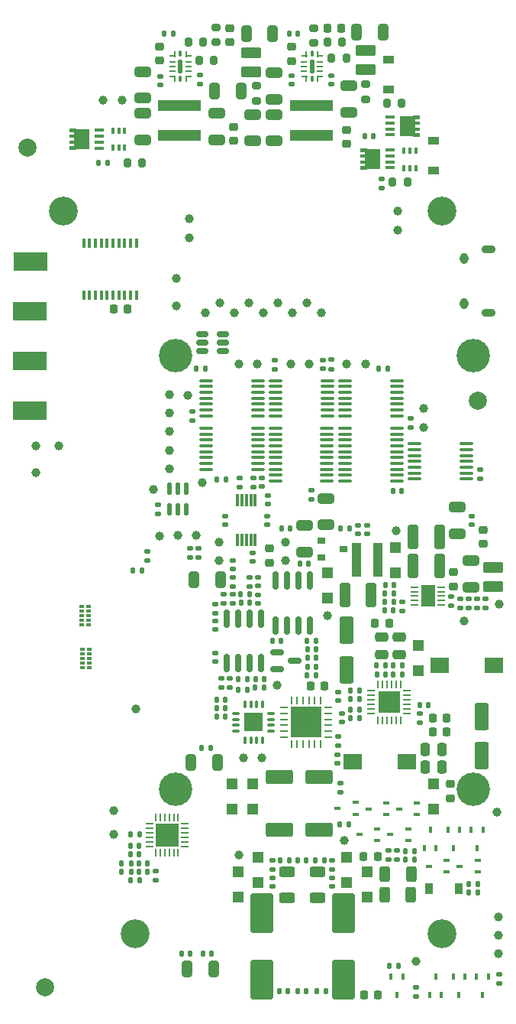
<source format=gbr>
%TF.GenerationSoftware,KiCad,Pcbnew,6.99.0-1.20221101gitf80c150.fc36*%
%TF.CreationDate,2022-11-25T18:04:47+00:00*%
%TF.ProjectId,bugg-main-r4,62756767-2d6d-4616-996e-2d72342e6b69,rev?*%
%TF.SameCoordinates,Original*%
%TF.FileFunction,Soldermask,Bot*%
%TF.FilePolarity,Negative*%
%FSLAX46Y46*%
G04 Gerber Fmt 4.6, Leading zero omitted, Abs format (unit mm)*
G04 Created by KiCad (PCBNEW 6.99.0-1.20221101gitf80c150.fc36) date 2022-11-25 18:04:47*
%MOMM*%
%LPD*%
G01*
G04 APERTURE LIST*
G04 Aperture macros list*
%AMRoundRect*
0 Rectangle with rounded corners*
0 $1 Rounding radius*
0 $2 $3 $4 $5 $6 $7 $8 $9 X,Y pos of 4 corners*
0 Add a 4 corners polygon primitive as box body*
4,1,4,$2,$3,$4,$5,$6,$7,$8,$9,$2,$3,0*
0 Add four circle primitives for the rounded corners*
1,1,$1+$1,$2,$3*
1,1,$1+$1,$4,$5*
1,1,$1+$1,$6,$7*
1,1,$1+$1,$8,$9*
0 Add four rect primitives between the rounded corners*
20,1,$1+$1,$2,$3,$4,$5,0*
20,1,$1+$1,$4,$5,$6,$7,0*
20,1,$1+$1,$6,$7,$8,$9,0*
20,1,$1+$1,$8,$9,$2,$3,0*%
%AMFreePoly0*
4,1,21,1.372500,0.787500,0.862500,0.787500,0.862500,0.532500,1.372500,0.532500,1.372500,0.127500,0.862500,0.127500,0.862500,-0.127500,1.372500,-0.127500,1.372500,-0.532500,0.862500,-0.532500,0.862500,-0.787500,1.372500,-0.787500,1.372500,-1.195000,0.612500,-1.195000,0.612500,-1.117500,-0.862500,-1.117500,-0.862500,1.117500,0.612500,1.117500,0.612500,1.195000,1.372500,1.195000,
1.372500,0.787500,1.372500,0.787500,$1*%
G04 Aperture macros list end*
%ADD10O,1.550000X0.890000*%
%ADD11O,0.950000X1.250000*%
%ADD12C,3.700000*%
%ADD13C,3.200000*%
%ADD14RoundRect,0.140000X0.140000X0.170000X-0.140000X0.170000X-0.140000X-0.170000X0.140000X-0.170000X0*%
%ADD15R,0.990000X0.405000*%
%ADD16FreePoly0,0.000000*%
%ADD17RoundRect,0.140000X-0.140000X-0.170000X0.140000X-0.170000X0.140000X0.170000X-0.140000X0.170000X0*%
%ADD18RoundRect,0.250000X0.250000X0.475000X-0.250000X0.475000X-0.250000X-0.475000X0.250000X-0.475000X0*%
%ADD19RoundRect,0.150000X-0.587500X-0.150000X0.587500X-0.150000X0.587500X0.150000X-0.587500X0.150000X0*%
%ADD20C,1.000000*%
%ADD21FreePoly0,180.000000*%
%ADD22R,2.000000X1.700000*%
%ADD23RoundRect,0.140000X0.170000X-0.140000X0.170000X0.140000X-0.170000X0.140000X-0.170000X-0.140000X0*%
%ADD24RoundRect,0.050000X-0.287500X-0.075000X0.287500X-0.075000X0.287500X0.075000X-0.287500X0.075000X0*%
%ADD25RoundRect,0.050000X-0.075000X0.287500X-0.075000X-0.287500X0.075000X-0.287500X0.075000X0.287500X0*%
%ADD26RoundRect,0.050000X-0.275000X-0.075000X0.275000X-0.075000X0.275000X0.075000X-0.275000X0.075000X0*%
%ADD27RoundRect,0.050050X0.124950X0.274950X-0.124950X0.274950X-0.124950X-0.274950X0.124950X-0.274950X0*%
%ADD28RoundRect,0.049950X-0.175050X-0.675050X0.175050X-0.675050X0.175050X0.675050X-0.175050X0.675050X0*%
%ADD29R,1.200000X1.200000*%
%ADD30R,3.800000X2.000000*%
%ADD31RoundRect,0.200000X-0.200000X-0.275000X0.200000X-0.275000X0.200000X0.275000X-0.200000X0.275000X0*%
%ADD32R,1.200000X0.900000*%
%ADD33RoundRect,0.200000X0.200000X0.275000X-0.200000X0.275000X-0.200000X-0.275000X0.200000X-0.275000X0*%
%ADD34R,0.450000X0.700000*%
%ADD35RoundRect,0.250000X-0.325000X-0.650000X0.325000X-0.650000X0.325000X0.650000X-0.325000X0.650000X0*%
%ADD36RoundRect,0.135000X0.185000X-0.135000X0.185000X0.135000X-0.185000X0.135000X-0.185000X-0.135000X0*%
%ADD37RoundRect,0.135000X-0.185000X0.135000X-0.185000X-0.135000X0.185000X-0.135000X0.185000X0.135000X0*%
%ADD38RoundRect,0.140000X-0.170000X0.140000X-0.170000X-0.140000X0.170000X-0.140000X0.170000X0.140000X0*%
%ADD39RoundRect,0.135000X-0.135000X-0.185000X0.135000X-0.185000X0.135000X0.185000X-0.135000X0.185000X0*%
%ADD40RoundRect,0.250000X0.650000X-0.325000X0.650000X0.325000X-0.650000X0.325000X-0.650000X-0.325000X0*%
%ADD41RoundRect,0.100000X-0.637500X-0.100000X0.637500X-0.100000X0.637500X0.100000X-0.637500X0.100000X0*%
%ADD42RoundRect,0.250000X0.325000X0.650000X-0.325000X0.650000X-0.325000X-0.650000X0.325000X-0.650000X0*%
%ADD43R,0.550000X0.300000*%
%ADD44R,0.550000X0.400000*%
%ADD45C,2.000000*%
%ADD46RoundRect,0.218750X0.218750X0.256250X-0.218750X0.256250X-0.218750X-0.256250X0.218750X-0.256250X0*%
%ADD47R,0.700000X0.450000*%
%ADD48RoundRect,0.135000X0.135000X0.185000X-0.135000X0.185000X-0.135000X-0.185000X0.135000X-0.185000X0*%
%ADD49RoundRect,0.100000X0.637500X0.100000X-0.637500X0.100000X-0.637500X-0.100000X0.637500X-0.100000X0*%
%ADD50RoundRect,0.225000X0.225000X0.250000X-0.225000X0.250000X-0.225000X-0.250000X0.225000X-0.250000X0*%
%ADD51RoundRect,0.250000X1.250000X0.550000X-1.250000X0.550000X-1.250000X-0.550000X1.250000X-0.550000X0*%
%ADD52RoundRect,0.250000X0.625000X-0.312500X0.625000X0.312500X-0.625000X0.312500X-0.625000X-0.312500X0*%
%ADD53RoundRect,0.200000X-0.275000X0.200000X-0.275000X-0.200000X0.275000X-0.200000X0.275000X0.200000X0*%
%ADD54RoundRect,0.250000X1.000000X-1.950000X1.000000X1.950000X-1.000000X1.950000X-1.000000X-1.950000X0*%
%ADD55RoundRect,0.150000X0.150000X-0.825000X0.150000X0.825000X-0.150000X0.825000X-0.150000X-0.825000X0*%
%ADD56RoundRect,0.250000X-0.650000X0.325000X-0.650000X-0.325000X0.650000X-0.325000X0.650000X0.325000X0*%
%ADD57RoundRect,0.250000X-0.325000X-1.100000X0.325000X-1.100000X0.325000X1.100000X-0.325000X1.100000X0*%
%ADD58RoundRect,0.225000X-0.250000X0.225000X-0.250000X-0.225000X0.250000X-0.225000X0.250000X0.225000X0*%
%ADD59RoundRect,0.250000X-0.550000X1.250000X-0.550000X-1.250000X0.550000X-1.250000X0.550000X1.250000X0*%
%ADD60RoundRect,0.062500X-0.362500X-0.062500X0.362500X-0.062500X0.362500X0.062500X-0.362500X0.062500X0*%
%ADD61RoundRect,0.062500X-0.062500X-0.362500X0.062500X-0.362500X0.062500X0.362500X-0.062500X0.362500X0*%
%ADD62R,3.400000X3.400000*%
%ADD63RoundRect,0.225000X0.250000X-0.225000X0.250000X0.225000X-0.250000X0.225000X-0.250000X-0.225000X0*%
%ADD64RoundRect,0.062500X0.325000X0.062500X-0.325000X0.062500X-0.325000X-0.062500X0.325000X-0.062500X0*%
%ADD65RoundRect,0.062500X0.062500X0.325000X-0.062500X0.325000X-0.062500X-0.325000X0.062500X-0.325000X0*%
%ADD66R,2.450000X2.450000*%
%ADD67RoundRect,0.062500X0.062500X-0.350000X0.062500X0.350000X-0.062500X0.350000X-0.062500X-0.350000X0*%
%ADD68RoundRect,0.062500X0.350000X-0.062500X0.350000X0.062500X-0.350000X0.062500X-0.350000X-0.062500X0*%
%ADD69R,2.600000X2.600000*%
%ADD70R,0.980000X3.700000*%
%ADD71RoundRect,0.250000X-0.850000X0.375000X-0.850000X-0.375000X0.850000X-0.375000X0.850000X0.375000X0*%
%ADD72RoundRect,0.225000X-0.225000X-0.250000X0.225000X-0.250000X0.225000X0.250000X-0.225000X0.250000X0*%
%ADD73RoundRect,0.250000X-0.475000X0.250000X-0.475000X-0.250000X0.475000X-0.250000X0.475000X0.250000X0*%
%ADD74RoundRect,0.200000X0.275000X-0.200000X0.275000X0.200000X-0.275000X0.200000X-0.275000X-0.200000X0*%
%ADD75RoundRect,0.075000X0.350000X0.075000X-0.350000X0.075000X-0.350000X-0.075000X0.350000X-0.075000X0*%
%ADD76RoundRect,0.075000X0.075000X0.350000X-0.075000X0.350000X-0.075000X-0.350000X0.075000X-0.350000X0*%
%ADD77R,2.100000X2.100000*%
%ADD78R,0.900000X1.200000*%
%ADD79RoundRect,0.250000X-0.312500X-0.625000X0.312500X-0.625000X0.312500X0.625000X-0.312500X0.625000X0*%
%ADD80RoundRect,0.125000X-0.125000X0.587500X-0.125000X-0.587500X0.125000X-0.587500X0.125000X0.587500X0*%
%ADD81R,0.400000X1.000000*%
%ADD82R,4.700000X1.200000*%
%ADD83R,0.300000X1.400000*%
%ADD84R,0.900000X0.800000*%
%ADD85R,0.400000X0.650000*%
%ADD86RoundRect,0.062500X0.362500X0.062500X-0.362500X0.062500X-0.362500X-0.062500X0.362500X-0.062500X0*%
%ADD87R,1.650000X2.380000*%
%ADD88RoundRect,0.150000X-0.512500X-0.150000X0.512500X-0.150000X0.512500X0.150000X-0.512500X0.150000X0*%
%ADD89RoundRect,0.218750X-0.218750X-0.256250X0.218750X-0.256250X0.218750X0.256250X-0.218750X0.256250X0*%
%ADD90RoundRect,0.218750X-0.256250X0.218750X-0.256250X-0.218750X0.256250X-0.218750X0.256250X0.218750X0*%
G04 APERTURE END LIST*
D10*
%TO.C,J15*%
X26199999Y28699999D03*
D11*
X23499999Y29699999D03*
X23499999Y34699999D03*
D10*
X26199999Y35699999D03*
%TD*%
D12*
%TO.C,SP3*%
X24500000Y-24000000D03*
%TD*%
D13*
%TO.C,H4*%
X-13000000Y-40000000D03*
%TD*%
D12*
%TO.C,SP1*%
X-8500000Y24000000D03*
%TD*%
D13*
%TO.C,H1*%
X-21000000Y40000000D03*
%TD*%
D12*
%TO.C,SP2*%
X24500000Y24000000D03*
%TD*%
D13*
%TO.C,H2*%
X21000000Y40000000D03*
%TD*%
D12*
%TO.C,SP4*%
X-8500000Y-24000000D03*
%TD*%
D13*
%TO.C,H3*%
X21000000Y-40000000D03*
%TD*%
D14*
%TO.C,C115*%
X4180000Y4850000D03*
X3220000Y4850000D03*
%TD*%
D15*
%TO.C,Q3*%
X15214999Y48409999D03*
X15214999Y49069999D03*
X15214999Y49729999D03*
X15214999Y50389999D03*
D16*
X17207500Y49400000D03*
%TD*%
D17*
%TO.C,C101*%
X6070000Y-9500000D03*
X7030000Y-9500000D03*
%TD*%
%TO.C,C46*%
X2970000Y-46400000D03*
X3930000Y-46400000D03*
%TD*%
D18*
%TO.C,C91*%
X21050000Y-21600000D03*
X19150000Y-21600000D03*
%TD*%
D19*
%TO.C,U31*%
X2762500Y-10750000D03*
X2762500Y-8850000D03*
X4637500Y-9800000D03*
%TD*%
D20*
%TO.C,T10*%
X16100000Y37900000D03*
%TD*%
D15*
%TO.C,Q1*%
X-16999999Y48909999D03*
X-16999999Y48249999D03*
X-16999999Y47589999D03*
X-16999999Y46929999D03*
D21*
X-18992500Y47920000D03*
%TD*%
D22*
%TO.C,L4*%
X17099999Y-20949999D03*
X11099999Y-20949999D03*
%TD*%
D23*
%TO.C,C120*%
X-10500000Y6470000D03*
X-10500000Y7430000D03*
%TD*%
D24*
%TO.C,U5*%
X-8862500Y54850000D03*
D25*
X-8650000Y54637500D03*
D26*
X-8875000Y55500000D03*
X-8875000Y56000000D03*
X-8875000Y56500000D03*
D24*
X-8862500Y57150000D03*
D25*
X-8650000Y57362500D03*
D27*
X-8000000Y57375000D03*
D25*
X-7350000Y57362500D03*
D24*
X-7137500Y57150000D03*
D26*
X-7125000Y56500000D03*
X-7125000Y56000000D03*
X-7125000Y55500000D03*
D25*
X-7350000Y54637500D03*
D24*
X-7137500Y54850000D03*
D27*
X-8000000Y54625000D03*
D28*
X-8000000Y56000000D03*
%TD*%
D29*
%TO.C,D10*%
X10449999Y-31549999D03*
X10449999Y-34349999D03*
%TD*%
D30*
%TO.C,GC1*%
X-24749999Y17899999D03*
%TD*%
D31*
%TO.C,R7*%
X-13875000Y45350000D03*
X-12225000Y45350000D03*
%TD*%
D32*
%TO.C,D4*%
X20099999Y44499999D03*
X20099999Y47799999D03*
%TD*%
D33*
%TO.C,R8*%
X17162500Y43202500D03*
X15512500Y43202500D03*
%TD*%
D20*
%TO.C,T29*%
X-9200000Y15550000D03*
%TD*%
%TO.C,T17*%
X-16550000Y52250000D03*
%TD*%
D34*
%TO.C,Q25*%
X15349999Y-44799999D03*
X16649999Y-44799999D03*
X15999999Y-46799999D03*
%TD*%
D20*
%TO.C,T15*%
X-24000000Y11000000D03*
%TD*%
D23*
%TO.C,C126*%
X24350000Y5270000D03*
X24350000Y6230000D03*
%TD*%
D20*
%TO.C,T19*%
X-8300000Y4050000D03*
%TD*%
D14*
%TO.C,C64*%
X-3020000Y-16000000D03*
X-3980000Y-16000000D03*
%TD*%
D35*
%TO.C,C43*%
X11525000Y59786400D03*
X14475000Y59786400D03*
%TD*%
D20*
%TO.C,T51*%
X2750000Y-12500000D03*
%TD*%
D36*
%TO.C,R57*%
X-2220000Y-3460000D03*
X-2220000Y-2440000D03*
%TD*%
D37*
%TO.C,R59*%
X-2500000Y-11790000D03*
X-2500000Y-12810000D03*
%TD*%
D17*
%TO.C,C87*%
X18520000Y-14750000D03*
X19480000Y-14750000D03*
%TD*%
D38*
%TO.C,C42*%
X-10200000Y54880000D03*
X-10200000Y53920000D03*
%TD*%
D23*
%TO.C,C54*%
X8850000Y-34780000D03*
X8850000Y-33820000D03*
%TD*%
D20*
%TO.C,T5*%
X3650000Y3350000D03*
%TD*%
D29*
%TO.C,D13*%
X49999Y-26199999D03*
X49999Y-23399999D03*
%TD*%
D39*
%TO.C,R94*%
X10840000Y-16200000D03*
X11860000Y-16200000D03*
%TD*%
D40*
%TO.C,C13*%
X-4000000Y47875000D03*
X-4000000Y50825000D03*
%TD*%
D20*
%TO.C,T38*%
X-1500000Y23000000D03*
%TD*%
D41*
%TO.C,U19*%
X10287500Y17300000D03*
X10287500Y17950000D03*
X10287500Y18600000D03*
X10287500Y19250000D03*
X10287500Y19900000D03*
X10287500Y20550000D03*
X10287500Y21200000D03*
X16012500Y21200000D03*
X16012500Y20550000D03*
X16012500Y19900000D03*
X16012500Y19250000D03*
X16012500Y18600000D03*
X16012500Y17950000D03*
X16012500Y17300000D03*
%TD*%
D38*
%TO.C,C69*%
X600000Y-2495000D03*
X600000Y-3455000D03*
%TD*%
D20*
%TO.C,T18*%
X-6250000Y4050000D03*
%TD*%
D17*
%TO.C,C72*%
X-1580000Y-11800000D03*
X-620000Y-11800000D03*
%TD*%
D42*
%TO.C,C127*%
X-4325000Y-43900000D03*
X-7275000Y-43900000D03*
%TD*%
D38*
%TO.C,C94*%
X9950000Y-15620000D03*
X9950000Y-16580000D03*
%TD*%
D43*
%TO.C,U11*%
X-18984999Y-5799999D03*
X-18984999Y-5299999D03*
D44*
X-18984999Y-4799999D03*
D43*
X-18984999Y-4299999D03*
X-18984999Y-3799999D03*
X-18214999Y-3799999D03*
X-18214999Y-4299999D03*
D44*
X-18214999Y-4799999D03*
D43*
X-18214999Y-5299999D03*
X-18214999Y-5799999D03*
%TD*%
D39*
%TO.C,R65*%
X16940000Y-31850000D03*
X17960000Y-31850000D03*
%TD*%
D45*
%TO.C,FID6*%
X-25000000Y47000000D03*
%TD*%
D46*
%TO.C,FB7*%
X7987500Y-12600000D03*
X6412500Y-12600000D03*
%TD*%
D39*
%TO.C,R26*%
X-14510000Y-33200000D03*
X-13490000Y-33200000D03*
%TD*%
D47*
%TO.C,Q21*%
X17249999Y-28399999D03*
X17249999Y-29699999D03*
X15249999Y-29049999D03*
%TD*%
D48*
%TO.C,R91*%
X16610000Y-11300000D03*
X15590000Y-11300000D03*
%TD*%
D37*
%TO.C,R52*%
X2200000Y-31940000D03*
X2200000Y-32960000D03*
%TD*%
D49*
%TO.C,U20*%
X8312500Y21200000D03*
X8312500Y20550000D03*
X8312500Y19900000D03*
X8312500Y19250000D03*
X8312500Y18600000D03*
X8312500Y17950000D03*
X8312500Y17300000D03*
X2587500Y17300000D03*
X2587500Y17950000D03*
X2587500Y18600000D03*
X2587500Y19250000D03*
X2587500Y19900000D03*
X2587500Y20550000D03*
X2587500Y21200000D03*
%TD*%
D36*
%TO.C,R81*%
X27350000Y-45560000D03*
X27350000Y-44540000D03*
%TD*%
D38*
%TO.C,C76*%
X600000Y-570000D03*
X600000Y-1530000D03*
%TD*%
D50*
%TO.C,C83*%
X13875000Y-31450000D03*
X12325000Y-31450000D03*
%TD*%
D18*
%TO.C,C90*%
X21050000Y-19600000D03*
X19150000Y-19600000D03*
%TD*%
D30*
%TO.C,GC2*%
X-24699999Y23399999D03*
%TD*%
D29*
%TO.C,D17*%
X20049999Y-26249999D03*
X20049999Y-23449999D03*
%TD*%
D51*
%TO.C,C59*%
X7400000Y-28500000D03*
X3000000Y-28500000D03*
%TD*%
D52*
%TO.C,R48*%
X3800000Y-36087500D03*
X3800000Y-33162500D03*
%TD*%
D20*
%TO.C,T48*%
X4250000Y23000000D03*
%TD*%
D53*
%TO.C,R35*%
X450000Y53825000D03*
X450000Y52175000D03*
%TD*%
D23*
%TO.C,C60*%
X1050000Y9470000D03*
X1050000Y10430000D03*
%TD*%
D54*
%TO.C,C49*%
X10100000Y-45125000D03*
X10100000Y-37725000D03*
%TD*%
D36*
%TO.C,R85*%
X16000000Y-31860000D03*
X16000000Y-30840000D03*
%TD*%
D45*
%TO.C,FID5*%
X25000000Y19000000D03*
%TD*%
D17*
%TO.C,C56*%
X5020000Y-31875000D03*
X5980000Y-31875000D03*
%TD*%
D20*
%TO.C,T34*%
X12500000Y23000000D03*
%TD*%
D49*
%TO.C,U22*%
X562500Y21200000D03*
X562500Y20550000D03*
X562500Y19900000D03*
X562500Y19250000D03*
X562500Y18600000D03*
X562500Y17950000D03*
X562500Y17300000D03*
X-5162500Y17300000D03*
X-5162500Y17950000D03*
X-5162500Y18600000D03*
X-5162500Y19250000D03*
X-5162500Y19900000D03*
X-5162500Y20550000D03*
X-5162500Y21200000D03*
%TD*%
D29*
%TO.C,D8*%
X12699999Y-35999999D03*
X12699999Y-33199999D03*
%TD*%
D40*
%TO.C,C80*%
X5800000Y2225000D03*
X5800000Y5175000D03*
%TD*%
D20*
%TO.C,T35*%
X-7150000Y19600000D03*
%TD*%
D33*
%TO.C,R15*%
X-5475000Y58700000D03*
X-7125000Y58700000D03*
%TD*%
D20*
%TO.C,T37*%
X550000Y23000000D03*
%TD*%
%TO.C,J5*%
X1200000Y28700000D03*
%TD*%
%TO.C,T25*%
X1050000Y-20600000D03*
%TD*%
D23*
%TO.C,C48*%
X17500000Y16040000D03*
X17500000Y17000000D03*
%TD*%
D38*
%TO.C,C25*%
X25200000Y11330000D03*
X25200000Y10370000D03*
%TD*%
D17*
%TO.C,C117*%
X5220000Y925000D03*
X6180000Y925000D03*
%TD*%
D40*
%TO.C,C103*%
X24200000Y-1675000D03*
X24200000Y1275000D03*
%TD*%
D20*
%TO.C,T46*%
X27250000Y-42250000D03*
%TD*%
D55*
%TO.C,U33*%
X6355000Y-5875000D03*
X5085000Y-5875000D03*
X3815000Y-5875000D03*
X2545000Y-5875000D03*
X2545000Y-925000D03*
X3815000Y-925000D03*
X5085000Y-925000D03*
X6355000Y-925000D03*
%TD*%
D39*
%TO.C,R93*%
X10840000Y-15200000D03*
X11860000Y-15200000D03*
%TD*%
D33*
%TO.C,R16*%
X9925000Y58706400D03*
X8275000Y58706400D03*
%TD*%
D17*
%TO.C,C47*%
X4970000Y-46400000D03*
X5930000Y-46400000D03*
%TD*%
D20*
%TO.C,T7*%
X27350000Y-3550000D03*
%TD*%
%TO.C,J8*%
X6000000Y29850000D03*
%TD*%
D56*
%TO.C,C45*%
X10650000Y53825000D03*
X10650000Y50875000D03*
%TD*%
D36*
%TO.C,R61*%
X-2200000Y-1560000D03*
X-2200000Y-540000D03*
%TD*%
D47*
%TO.C,Q19*%
X11449999Y-25499999D03*
X11449999Y-26799999D03*
X9449999Y-26149999D03*
%TD*%
D38*
%TO.C,C53*%
X2450000Y23430000D03*
X2450000Y22470000D03*
%TD*%
D42*
%TO.C,C129*%
X-3525000Y-850000D03*
X-6475000Y-850000D03*
%TD*%
D43*
%TO.C,U10*%
X-18884999Y-10549999D03*
X-18884999Y-10049999D03*
D44*
X-18884999Y-9549999D03*
D43*
X-18884999Y-9049999D03*
X-18884999Y-8549999D03*
X-18114999Y-8549999D03*
X-18114999Y-9049999D03*
D44*
X-18114999Y-9549999D03*
D43*
X-18114999Y-10049999D03*
X-18114999Y-10549999D03*
%TD*%
D34*
%TO.C,Q22*%
X22249999Y-44799999D03*
X23549999Y-44799999D03*
X22899999Y-46799999D03*
%TD*%
D29*
%TO.C,D14*%
X-2249999Y-26199999D03*
X-2249999Y-23399999D03*
%TD*%
D20*
%TO.C,T6*%
X15950000Y4600000D03*
%TD*%
D57*
%TO.C,C107*%
X17775000Y3900000D03*
X20725000Y3900000D03*
%TD*%
D40*
%TO.C,C16*%
X2390000Y47725000D03*
X2390000Y50675000D03*
%TD*%
D17*
%TO.C,C121*%
X2220000Y-7600000D03*
X3180000Y-7600000D03*
%TD*%
D58*
%TO.C,C18*%
X10450000Y48975000D03*
X10450000Y47425000D03*
%TD*%
D20*
%TO.C,T47*%
X10450000Y23000000D03*
%TD*%
D36*
%TO.C,R71*%
X-1400000Y9390000D03*
X-1400000Y10410000D03*
%TD*%
D20*
%TO.C,T28*%
X-9200000Y13500000D03*
%TD*%
D36*
%TO.C,R54*%
X-3450000Y-12810000D03*
X-3450000Y-11790000D03*
%TD*%
D39*
%TO.C,R90*%
X14690000Y-3300000D03*
X15710000Y-3300000D03*
%TD*%
D59*
%TO.C,C119*%
X25430000Y-15950000D03*
X25430000Y-20350000D03*
%TD*%
D17*
%TO.C,C74*%
X15570000Y9000000D03*
X16530000Y9000000D03*
%TD*%
D60*
%TO.C,U18*%
X3467462Y-18250000D03*
X3467462Y-17600000D03*
X3467462Y-16950000D03*
X3467462Y-16300000D03*
X3467462Y-15650000D03*
X3467462Y-15000000D03*
D61*
X4292462Y-14175000D03*
X4942462Y-14175000D03*
X5592462Y-14175000D03*
X6242462Y-14175000D03*
X6892462Y-14175000D03*
X7542462Y-14175000D03*
D60*
X8367462Y-15000000D03*
X8367462Y-15650000D03*
X8367462Y-16300000D03*
X8367462Y-16950000D03*
X8367462Y-17600000D03*
X8367462Y-18250000D03*
D61*
X7542462Y-19075000D03*
X6892462Y-19075000D03*
X6242462Y-19075000D03*
X5592462Y-19075000D03*
X4942462Y-19075000D03*
X4292462Y-19075000D03*
D62*
X5917461Y-16624999D03*
%TD*%
D63*
%TO.C,C17*%
X-2100000Y47775000D03*
X-2100000Y49325000D03*
%TD*%
D24*
%TO.C,U6*%
X5737500Y54850000D03*
D25*
X5950000Y54637500D03*
D26*
X5725000Y55500000D03*
X5725000Y56000000D03*
X5725000Y56500000D03*
D24*
X5737500Y57150000D03*
D25*
X5950000Y57362500D03*
D27*
X6600000Y57375000D03*
D25*
X7250000Y57362500D03*
D24*
X7462500Y57150000D03*
D26*
X7475000Y56500000D03*
X7475000Y56000000D03*
X7475000Y55500000D03*
D25*
X7250000Y54637500D03*
D24*
X7462500Y54850000D03*
D27*
X6600000Y54625000D03*
D28*
X6600000Y56000000D03*
%TD*%
D39*
%TO.C,R98*%
X6040000Y-7600000D03*
X7060000Y-7600000D03*
%TD*%
D20*
%TO.C,T26*%
X-1000000Y-20600000D03*
%TD*%
D50*
%TO.C,C38*%
X-13875000Y29100000D03*
X-15425000Y29100000D03*
%TD*%
D48*
%TO.C,R69*%
X14960000Y22500000D03*
X13940000Y22500000D03*
%TD*%
D56*
%TO.C,C6*%
X-12200000Y55425000D03*
X-12200000Y52475000D03*
%TD*%
D63*
%TO.C,C102*%
X25550000Y3125000D03*
X25550000Y4675000D03*
%TD*%
D33*
%TO.C,R13*%
X10405000Y56876400D03*
X8755000Y56876400D03*
%TD*%
D64*
%TO.C,U28*%
X17137500Y-13150000D03*
X17137500Y-13650000D03*
X17137500Y-14150000D03*
X17137500Y-14650000D03*
X17137500Y-15150000D03*
X17137500Y-15650000D03*
D65*
X16400000Y-16387500D03*
X15900000Y-16387500D03*
X15400000Y-16387500D03*
X14900000Y-16387500D03*
X14400000Y-16387500D03*
X13900000Y-16387500D03*
D64*
X13162500Y-15650000D03*
X13162500Y-15150000D03*
X13162500Y-14650000D03*
X13162500Y-14150000D03*
X13162500Y-13650000D03*
X13162500Y-13150000D03*
D65*
X13900000Y-12412500D03*
X14400000Y-12412500D03*
X14900000Y-12412500D03*
X15400000Y-12412500D03*
X15900000Y-12412500D03*
X16400000Y-12412500D03*
D66*
X15149999Y-14399999D03*
%TD*%
D38*
%TO.C,C55*%
X2200000Y-33820000D03*
X2200000Y-34780000D03*
%TD*%
D67*
%TO.C,U12*%
X-8250000Y-31037500D03*
X-8750000Y-31037500D03*
X-9250000Y-31037500D03*
X-9750000Y-31037500D03*
X-10250000Y-31037500D03*
X-10750000Y-31037500D03*
D68*
X-11437500Y-30350000D03*
X-11437500Y-29850000D03*
X-11437500Y-29350000D03*
X-11437500Y-28850000D03*
X-11437500Y-28350000D03*
X-11437500Y-27850000D03*
D67*
X-10750000Y-27162500D03*
X-10250000Y-27162500D03*
X-9750000Y-27162500D03*
X-9250000Y-27162500D03*
X-8750000Y-27162500D03*
X-8250000Y-27162500D03*
D68*
X-7562500Y-27850000D03*
X-7562500Y-28350000D03*
X-7562500Y-28850000D03*
X-7562500Y-29350000D03*
X-7562500Y-29850000D03*
X-7562500Y-30350000D03*
D69*
X-9499999Y-29099999D03*
%TD*%
D58*
%TO.C,C104*%
X22300000Y-25000D03*
X22300000Y-1575000D03*
%TD*%
D47*
%TO.C,Q17*%
X14849999Y-25549999D03*
X14849999Y-26849999D03*
X12849999Y-26199999D03*
%TD*%
D70*
%TO.C,L5*%
X11564999Y1349999D03*
X13934999Y1349999D03*
%TD*%
D50*
%TO.C,C12*%
X9875000Y60216400D03*
X8325000Y60216400D03*
%TD*%
D48*
%TO.C,R97*%
X15710000Y-2350000D03*
X14690000Y-2350000D03*
%TD*%
D36*
%TO.C,R88*%
X25850000Y-3960000D03*
X25850000Y-2940000D03*
%TD*%
D39*
%TO.C,R50*%
X6940000Y-31875000D03*
X7960000Y-31875000D03*
%TD*%
D20*
%TO.C,T39*%
X-5600000Y9900000D03*
%TD*%
%TO.C,T20*%
X-10300000Y4000000D03*
%TD*%
D30*
%TO.C,GC3*%
X-24699999Y28899999D03*
%TD*%
D20*
%TO.C,T36*%
X-7000000Y37050000D03*
%TD*%
%TO.C,T13*%
X-14500000Y52250000D03*
%TD*%
D48*
%TO.C,R6*%
X-12290000Y200000D03*
X-13310000Y200000D03*
%TD*%
D40*
%TO.C,C15*%
X-12200000Y47850000D03*
X-12200000Y50800000D03*
%TD*%
D34*
%TO.C,Q24*%
X20949999Y-46799999D03*
X19649999Y-46799999D03*
X20299999Y-44799999D03*
%TD*%
D56*
%TO.C,C5*%
X2400000Y55325000D03*
X2400000Y52375000D03*
%TD*%
D36*
%TO.C,R75*%
X-6000000Y1590000D03*
X-6000000Y2610000D03*
%TD*%
D48*
%TO.C,R68*%
X17960000Y-30900000D03*
X16940000Y-30900000D03*
%TD*%
D20*
%TO.C,T52*%
X3650000Y1300000D03*
%TD*%
D23*
%TO.C,C124*%
X-3050000Y5270000D03*
X-3050000Y6230000D03*
%TD*%
D38*
%TO.C,C41*%
X8750000Y54980000D03*
X8750000Y54020000D03*
%TD*%
D40*
%TO.C,C131*%
X22700000Y4275000D03*
X22700000Y7225000D03*
%TD*%
D20*
%TO.C,T53*%
X-15400000Y-29050000D03*
%TD*%
D51*
%TO.C,C58*%
X7400000Y-22650000D03*
X3000000Y-22650000D03*
%TD*%
D48*
%TO.C,R72*%
X25010000Y-34550000D03*
X23990000Y-34550000D03*
%TD*%
D37*
%TO.C,R63*%
X100000Y10460000D03*
X100000Y9440000D03*
%TD*%
D20*
%TO.C,J4*%
X-400000Y29850000D03*
%TD*%
D23*
%TO.C,C114*%
X23000000Y-3930000D03*
X23000000Y-2970000D03*
%TD*%
D40*
%TO.C,C130*%
X8150000Y5225000D03*
X8150000Y8175000D03*
%TD*%
D38*
%TO.C,C4*%
X-5850000Y55030000D03*
X-5850000Y54070000D03*
%TD*%
D39*
%TO.C,R27*%
X-13510000Y-34150000D03*
X-12490000Y-34150000D03*
%TD*%
D58*
%TO.C,C10*%
X4291600Y58154400D03*
X4291600Y56604400D03*
%TD*%
D29*
%TO.C,D16*%
X18399999Y-8099999D03*
X18399999Y-10899999D03*
%TD*%
D14*
%TO.C,C32*%
X-11670000Y-32250000D03*
X-12630000Y-32250000D03*
%TD*%
D57*
%TO.C,C109*%
X10225000Y-2500000D03*
X13175000Y-2500000D03*
%TD*%
D20*
%TO.C,T12*%
X-7000000Y39100000D03*
%TD*%
D71*
%TO.C,L8*%
X12550000Y57761400D03*
X12550000Y55611400D03*
%TD*%
D72*
%TO.C,C84*%
X12375000Y-46800000D03*
X13925000Y-46800000D03*
%TD*%
D30*
%TO.C,GC4*%
X-24649999Y34399999D03*
%TD*%
D14*
%TO.C,C123*%
X-4670000Y-19450000D03*
X-5630000Y-19450000D03*
%TD*%
D23*
%TO.C,C70*%
X-4150000Y-9930000D03*
X-4150000Y-8970000D03*
%TD*%
D39*
%TO.C,R74*%
X6040000Y-11400000D03*
X7060000Y-11400000D03*
%TD*%
D14*
%TO.C,C96*%
X14730000Y-11300000D03*
X13770000Y-11300000D03*
%TD*%
D20*
%TO.C,T49*%
X19000000Y18100000D03*
%TD*%
D15*
%TO.C,Q2*%
X15274999Y46739999D03*
X15274999Y46079999D03*
X15274999Y45419999D03*
X15274999Y44759999D03*
D21*
X13282500Y45750000D03*
%TD*%
D48*
%TO.C,R100*%
X-2990000Y10250000D03*
X-4010000Y10250000D03*
%TD*%
D20*
%TO.C,T43*%
X19000000Y16050000D03*
%TD*%
D42*
%TO.C,C128*%
X-3905000Y-21100000D03*
X-6855000Y-21100000D03*
%TD*%
D39*
%TO.C,R60*%
X-1330000Y-2450000D03*
X-310000Y-2450000D03*
%TD*%
D36*
%TO.C,R87*%
X18550000Y-16660000D03*
X18550000Y-15640000D03*
%TD*%
D17*
%TO.C,C27*%
X7150000Y-46400000D03*
X8110000Y-46400000D03*
%TD*%
D36*
%TO.C,R77*%
X-11650000Y1240000D03*
X-11650000Y2260000D03*
%TD*%
D54*
%TO.C,C50*%
X1000000Y-45125000D03*
X1000000Y-37725000D03*
%TD*%
D73*
%TO.C,C88*%
X16300000Y-7200000D03*
X16300000Y-9100000D03*
%TD*%
D53*
%TO.C,R36*%
X12550000Y54011400D03*
X12550000Y52361400D03*
%TD*%
D47*
%TO.C,Q18*%
X18249999Y-25549999D03*
X18249999Y-26849999D03*
X16249999Y-26199999D03*
%TD*%
D37*
%TO.C,R55*%
X-3170000Y-2440000D03*
X-3170000Y-3460000D03*
%TD*%
D20*
%TO.C,T30*%
X-9200000Y17600000D03*
%TD*%
D36*
%TO.C,R84*%
X15050000Y-31860000D03*
X15050000Y-30840000D03*
%TD*%
D37*
%TO.C,R95*%
X16600000Y-3250000D03*
X16600000Y-4270000D03*
%TD*%
D48*
%TO.C,R92*%
X14760000Y-10350000D03*
X13740000Y-10350000D03*
%TD*%
D23*
%TO.C,C105*%
X12700000Y4220000D03*
X12700000Y5180000D03*
%TD*%
D74*
%TO.C,R14*%
X-4050000Y58645000D03*
X-4050000Y60295000D03*
%TD*%
D52*
%TO.C,R47*%
X7250000Y-36087500D03*
X7250000Y-33162500D03*
%TD*%
D17*
%TO.C,C132*%
X-7880000Y-42200000D03*
X-6920000Y-42200000D03*
%TD*%
D63*
%TO.C,C9*%
X-10300000Y56625000D03*
X-10300000Y58175000D03*
%TD*%
%TO.C,C11*%
X-2550000Y58695000D03*
X-2550000Y60245000D03*
%TD*%
D36*
%TO.C,R51*%
X8850000Y-32960000D03*
X8850000Y-31940000D03*
%TD*%
D14*
%TO.C,C82*%
X7030000Y-10450000D03*
X6070000Y-10450000D03*
%TD*%
%TO.C,C113*%
X15680000Y-1400000D03*
X14720000Y-1400000D03*
%TD*%
D38*
%TO.C,C33*%
X-10750000Y-33120000D03*
X-10750000Y-34080000D03*
%TD*%
D17*
%TO.C,C73*%
X-1300000Y-3400000D03*
X-340000Y-3400000D03*
%TD*%
D34*
%TO.C,Q16*%
X21649999Y-28549999D03*
X22949999Y-28549999D03*
X22299999Y-30549999D03*
%TD*%
D36*
%TO.C,R96*%
X23950000Y-3960000D03*
X23950000Y-2940000D03*
%TD*%
D75*
%TO.C,U23*%
X2075000Y-15650000D03*
X2075000Y-16300000D03*
X2075000Y-16950000D03*
X2075000Y-17600000D03*
D76*
X1100000Y-18575000D03*
X450000Y-18575000D03*
X-200000Y-18575000D03*
X-850000Y-18575000D03*
D75*
X-1825000Y-17600000D03*
X-1825000Y-16950000D03*
X-1825000Y-16300000D03*
X-1825000Y-15650000D03*
D76*
X-850000Y-14675000D03*
X-200000Y-14675000D03*
X450000Y-14675000D03*
X1100000Y-14675000D03*
D77*
X124999Y-16624999D03*
%TD*%
D59*
%TO.C,C118*%
X10400000Y-6450000D03*
X10400000Y-10850000D03*
%TD*%
D48*
%TO.C,R89*%
X10760000Y4850000D03*
X9740000Y4850000D03*
%TD*%
D23*
%TO.C,C67*%
X6500000Y8070000D03*
X6500000Y9030000D03*
%TD*%
D20*
%TO.C,T16*%
X-21500000Y14000000D03*
%TD*%
D33*
%TO.C,R12*%
X-4275000Y56650000D03*
X-5925000Y56650000D03*
%TD*%
D39*
%TO.C,R28*%
X-13560000Y-29000000D03*
X-12540000Y-29000000D03*
%TD*%
D14*
%TO.C,C122*%
X-4570000Y-42200000D03*
X-5530000Y-42200000D03*
%TD*%
D34*
%TO.C,Q14*%
X20349999Y-30549999D03*
X19049999Y-30549999D03*
X19699999Y-28549999D03*
%TD*%
D20*
%TO.C,T42*%
X23500000Y-5400000D03*
%TD*%
D14*
%TO.C,C93*%
X11830000Y-14050000D03*
X10870000Y-14050000D03*
%TD*%
D78*
%TO.C,D15*%
X22849999Y-34999999D03*
X19549999Y-34999999D03*
%TD*%
D23*
%TO.C,C78*%
X50000Y1170000D03*
X50000Y2130000D03*
%TD*%
D41*
%TO.C,U17*%
X17987500Y10300000D03*
X17987500Y10950000D03*
X17987500Y11600000D03*
X17987500Y12250000D03*
X17987500Y12900000D03*
X17987500Y13550000D03*
X17987500Y14200000D03*
X23712500Y14200000D03*
X23712500Y13550000D03*
X23712500Y12900000D03*
X23712500Y12250000D03*
X23712500Y11600000D03*
X23712500Y10950000D03*
X23712500Y10300000D03*
%TD*%
D45*
%TO.C,FID4*%
X-23000000Y-46000000D03*
%TD*%
D20*
%TO.C,J1*%
X-5200000Y28700000D03*
%TD*%
D32*
%TO.C,D5*%
X15049999Y56699999D03*
X15049999Y53399999D03*
%TD*%
D14*
%TO.C,C40*%
X-12570000Y-30300000D03*
X-13530000Y-30300000D03*
%TD*%
D20*
%TO.C,T54*%
X-15400000Y-26400000D03*
%TD*%
D36*
%TO.C,R73*%
X8750000Y22490000D03*
X8750000Y23510000D03*
%TD*%
D17*
%TO.C,C63*%
X-3980000Y-14100000D03*
X-3020000Y-14100000D03*
%TD*%
D37*
%TO.C,R70*%
X-6650000Y17760000D03*
X-6650000Y16740000D03*
%TD*%
D38*
%TO.C,C68*%
X-4150000Y-5420000D03*
X-4150000Y-6380000D03*
%TD*%
D20*
%TO.C,T23*%
X10150000Y-29700000D03*
%TD*%
D79*
%TO.C,R67*%
X14675000Y-33450000D03*
X17600000Y-33450000D03*
%TD*%
D20*
%TO.C,J9*%
X7600000Y28700000D03*
%TD*%
D55*
%TO.C,U25*%
X955000Y-10075000D03*
X-315000Y-10075000D03*
X-1585000Y-10075000D03*
X-2855000Y-10075000D03*
X-2855000Y-5125000D03*
X-1585000Y-5125000D03*
X-315000Y-5125000D03*
X955000Y-5125000D03*
%TD*%
D20*
%TO.C,T41*%
X18150000Y-43050000D03*
%TD*%
%TO.C,T8*%
X-8483600Y32562800D03*
%TD*%
D47*
%TO.C,Q12*%
X21549999Y-31899999D03*
X21549999Y-33199999D03*
X19549999Y-32549999D03*
%TD*%
D80*
%TO.C,U34*%
X-9250000Y9237500D03*
X-8300000Y9237500D03*
X-7350000Y9237500D03*
X-7350000Y6962500D03*
X-8300000Y6962500D03*
X-9250000Y6962500D03*
%TD*%
D47*
%TO.C,Q20*%
X13849999Y-28399999D03*
X13849999Y-29699999D03*
X11849999Y-29049999D03*
%TD*%
D81*
%TO.C,U9*%
X-12874999Y30649999D03*
X-13524999Y30649999D03*
X-14174999Y30649999D03*
X-14824999Y30649999D03*
X-15474999Y30649999D03*
X-16124999Y30649999D03*
X-16774999Y30649999D03*
X-17424999Y30649999D03*
X-18074999Y30649999D03*
X-18724999Y30649999D03*
X-18724999Y36449999D03*
X-18074999Y36449999D03*
X-17424999Y36449999D03*
X-16774999Y36449999D03*
X-16124999Y36449999D03*
X-15474999Y36449999D03*
X-14824999Y36449999D03*
X-14174999Y36449999D03*
X-13524999Y36449999D03*
X-12874999Y36449999D03*
%TD*%
D57*
%TO.C,C108*%
X17775000Y700000D03*
X20725000Y700000D03*
%TD*%
D23*
%TO.C,C106*%
X11700000Y4220000D03*
X11700000Y5180000D03*
%TD*%
D39*
%TO.C,R86*%
X15140000Y-43600000D03*
X16160000Y-43600000D03*
%TD*%
D14*
%TO.C,C39*%
X-12570000Y-31250000D03*
X-13530000Y-31250000D03*
%TD*%
D72*
%TO.C,C85*%
X19955000Y-16200000D03*
X21505000Y-16200000D03*
%TD*%
D35*
%TO.C,C2*%
X-700000Y59600000D03*
X2250000Y59600000D03*
%TD*%
D79*
%TO.C,R66*%
X14637500Y-35750000D03*
X17562500Y-35750000D03*
%TD*%
D53*
%TO.C,R17*%
X6800000Y60225000D03*
X6800000Y58575000D03*
%TD*%
D36*
%TO.C,R62*%
X-350000Y-1560000D03*
X-350000Y-540000D03*
%TD*%
D82*
%TO.C,L1*%
X-8099999Y51654999D03*
X-8099999Y48344999D03*
%TD*%
D14*
%TO.C,C92*%
X16580000Y-10350000D03*
X15620000Y-10350000D03*
%TD*%
D39*
%TO.C,R64*%
X23990000Y-35500000D03*
X25010000Y-35500000D03*
%TD*%
D14*
%TO.C,C7*%
X-8820000Y59650000D03*
X-9780000Y59650000D03*
%TD*%
D71*
%TO.C,L6*%
X26700000Y525000D03*
X26700000Y-1625000D03*
%TD*%
D22*
%TO.C,L3*%
X26749999Y-10299999D03*
X20749999Y-10299999D03*
%TD*%
D41*
%TO.C,U24*%
X2537500Y10075000D03*
X2537500Y10725000D03*
X2537500Y11375000D03*
X2537500Y12025000D03*
X2537500Y12675000D03*
X2537500Y13325000D03*
X2537500Y13975000D03*
X2537500Y14625000D03*
X2537500Y15275000D03*
X2537500Y15925000D03*
X8262500Y15925000D03*
X8262500Y15275000D03*
X8262500Y14625000D03*
X8262500Y13975000D03*
X8262500Y13325000D03*
X8262500Y12675000D03*
X8262500Y12025000D03*
X8262500Y11375000D03*
X8262500Y10725000D03*
X8262500Y10075000D03*
%TD*%
D83*
%TO.C,U27*%
X299999Y3549999D03*
X-199999Y3549999D03*
X-699999Y3549999D03*
X-1199999Y3549999D03*
X-1699999Y3549999D03*
X-1699999Y7949999D03*
X-1199999Y7949999D03*
X-699999Y7949999D03*
X-199999Y7949999D03*
X299999Y7949999D03*
%TD*%
D20*
%TO.C,T9*%
X-8483600Y29514800D03*
%TD*%
%TO.C,J2*%
X-3600000Y29850000D03*
%TD*%
%TO.C,T44*%
X27250000Y-38150000D03*
%TD*%
D84*
%TO.C,Q26*%
X7649999Y1599999D03*
X7649999Y3499999D03*
X10049999Y2549999D03*
%TD*%
D23*
%TO.C,C52*%
X9500000Y-14230000D03*
X9500000Y-13270000D03*
%TD*%
D14*
%TO.C,C95*%
X11830000Y-13100000D03*
X10870000Y-13100000D03*
%TD*%
D31*
%TO.C,R11*%
X14875000Y51950000D03*
X16525000Y51950000D03*
%TD*%
D20*
%TO.C,T3*%
X-12950000Y-15150000D03*
%TD*%
D34*
%TO.C,Q15*%
X24249999Y-28549999D03*
X25549999Y-28549999D03*
X24899999Y-30549999D03*
%TD*%
D38*
%TO.C,C111*%
X22050000Y-2720000D03*
X22050000Y-3680000D03*
%TD*%
D14*
%TO.C,C31*%
X-11670000Y-33200000D03*
X-12630000Y-33200000D03*
%TD*%
D20*
%TO.C,T21*%
X8300000Y-4800000D03*
%TD*%
D38*
%TO.C,C79*%
X1700000Y8480000D03*
X1700000Y7520000D03*
%TD*%
D20*
%TO.C,T24*%
X-1500000Y-31350000D03*
%TD*%
D85*
%TO.C,U3*%
X-14184999Y46969999D03*
X-14834999Y46969999D03*
X-15484999Y46969999D03*
X-15484999Y48869999D03*
X-14834999Y48869999D03*
X-14184999Y48869999D03*
%TD*%
D38*
%TO.C,C3*%
X4300000Y54980000D03*
X4300000Y54020000D03*
%TD*%
D23*
%TO.C,C65*%
X9375000Y-21155000D03*
X9375000Y-20195000D03*
%TD*%
D47*
%TO.C,Q13*%
X24949999Y-31899999D03*
X24949999Y-33199999D03*
X22949999Y-32549999D03*
%TD*%
D86*
%TO.C,U32*%
X20900000Y-1650000D03*
X20900000Y-2150000D03*
X20900000Y-2650000D03*
X20900000Y-3150000D03*
X20900000Y-3650000D03*
X18000000Y-3650000D03*
X18000000Y-3150000D03*
X18000000Y-2650000D03*
X18000000Y-2150000D03*
X18000000Y-1650000D03*
D87*
X19449999Y-2649999D03*
%TD*%
D17*
%TO.C,C8*%
X4080000Y59630000D03*
X5040000Y59630000D03*
%TD*%
D20*
%TO.C,T31*%
X-9200000Y19650000D03*
%TD*%
D37*
%TO.C,R10*%
X14350000Y43520000D03*
X14350000Y42500000D03*
%TD*%
D14*
%TO.C,C62*%
X-3020000Y-15050000D03*
X-3980000Y-15050000D03*
%TD*%
D73*
%TO.C,C89*%
X14300000Y-7200000D03*
X14300000Y-9100000D03*
%TD*%
D20*
%TO.C,T50*%
X6300000Y23000000D03*
%TD*%
%TO.C,J6*%
X2800000Y29850000D03*
%TD*%
%TO.C,T14*%
X-24000000Y14000000D03*
%TD*%
D17*
%TO.C,C71*%
X320000Y-11800000D03*
X1280000Y-11800000D03*
%TD*%
D29*
%TO.C,D12*%
X599999Y-31549999D03*
X599999Y-34349999D03*
%TD*%
D88*
%TO.C,U35*%
X-5537500Y24450000D03*
X-5537500Y25400000D03*
X-5537500Y26350000D03*
X-3262500Y26350000D03*
X-3262500Y25400000D03*
X-3262500Y24450000D03*
%TD*%
D20*
%TO.C,T27*%
X-9200000Y11450000D03*
%TD*%
D41*
%TO.C,U26*%
X10287500Y10075000D03*
X10287500Y10725000D03*
X10287500Y11375000D03*
X10287500Y12025000D03*
X10287500Y12675000D03*
X10287500Y13325000D03*
X10287500Y13975000D03*
X10287500Y14625000D03*
X10287500Y15275000D03*
X10287500Y15925000D03*
X16012500Y15925000D03*
X16012500Y15275000D03*
X16012500Y14625000D03*
X16012500Y13975000D03*
X16012500Y13325000D03*
X16012500Y12675000D03*
X16012500Y12025000D03*
X16012500Y11375000D03*
X16012500Y10725000D03*
X16012500Y10075000D03*
%TD*%
D23*
%TO.C,C125*%
X1650000Y5270000D03*
X1650000Y6230000D03*
%TD*%
%TO.C,C75*%
X-2200000Y320000D03*
X-2200000Y1280000D03*
%TD*%
D37*
%TO.C,R99*%
X18150000Y-45990000D03*
X18150000Y-47010000D03*
%TD*%
D40*
%TO.C,C14*%
X50000Y47725000D03*
X50000Y50675000D03*
%TD*%
D29*
%TO.C,D19*%
X8299999Y-2899999D03*
X8299999Y-99999D03*
%TD*%
D48*
%TO.C,R25*%
X-13490000Y-32250000D03*
X-14510000Y-32250000D03*
%TD*%
D41*
%TO.C,U21*%
X-5162500Y11375000D03*
X-5162500Y12025000D03*
X-5162500Y12675000D03*
X-5162500Y13325000D03*
X-5162500Y13975000D03*
X-5162500Y14625000D03*
X-5162500Y15275000D03*
X-5162500Y15925000D03*
X562500Y15925000D03*
X562500Y15275000D03*
X562500Y14625000D03*
X562500Y13975000D03*
X562500Y13325000D03*
X562500Y12675000D03*
X562500Y12025000D03*
X562500Y11375000D03*
%TD*%
D29*
%TO.C,D18*%
X15849999Y2749999D03*
X15849999Y-49999D03*
%TD*%
D20*
%TO.C,T45*%
X27250000Y-40200000D03*
%TD*%
D89*
%TO.C,FB5*%
X13562500Y-5700000D03*
X15137500Y-5700000D03*
%TD*%
D20*
%TO.C,T40*%
X-11000000Y9150000D03*
%TD*%
D38*
%TO.C,C81*%
X7800000Y23480000D03*
X7800000Y22520000D03*
%TD*%
D14*
%TO.C,C116*%
X7030000Y-8550000D03*
X6070000Y-8550000D03*
%TD*%
D39*
%TO.C,R82*%
X9640000Y-27925000D03*
X10660000Y-27925000D03*
%TD*%
D34*
%TO.C,Q23*%
X24849999Y-44799999D03*
X26149999Y-44799999D03*
X25499999Y-46799999D03*
%TD*%
D17*
%TO.C,C110*%
X14660000Y-4250000D03*
X15620000Y-4250000D03*
%TD*%
D20*
%TO.C,T32*%
X-3700000Y1300000D03*
%TD*%
D90*
%TO.C,FB6*%
X21900000Y-23462500D03*
X21900000Y-25037500D03*
%TD*%
D39*
%TO.C,R53*%
X-1610000Y-13000000D03*
X-590000Y-13000000D03*
%TD*%
%TO.C,R58*%
X290000Y-12800000D03*
X1310000Y-12800000D03*
%TD*%
D20*
%TO.C,J7*%
X4400000Y28700000D03*
%TD*%
D36*
%TO.C,R79*%
X9725000Y-24410000D03*
X9725000Y-23390000D03*
%TD*%
D20*
%TO.C,T33*%
X-3700000Y3350000D03*
%TD*%
D39*
%TO.C,R9*%
X-17110000Y45350000D03*
X-16090000Y45350000D03*
%TD*%
D38*
%TO.C,C66*%
X9500000Y-18220000D03*
X9500000Y-19180000D03*
%TD*%
D36*
%TO.C,R76*%
X-6950000Y1590000D03*
X-6950000Y2610000D03*
%TD*%
D20*
%TO.C,J3*%
X-2000000Y28700000D03*
%TD*%
D42*
%TO.C,C44*%
X-1275000Y53300000D03*
X-4225000Y53300000D03*
%TD*%
D72*
%TO.C,C86*%
X19955000Y-17700000D03*
X21505000Y-17700000D03*
%TD*%
D20*
%TO.C,T22*%
X27100000Y-26600000D03*
%TD*%
D82*
%TO.C,L2*%
X6499999Y51654999D03*
X6499999Y48344999D03*
%TD*%
D38*
%TO.C,C112*%
X24900000Y-2970000D03*
X24900000Y-3930000D03*
%TD*%
D37*
%TO.C,R56*%
X-4120000Y-3540000D03*
X-4120000Y-4560000D03*
%TD*%
D63*
%TO.C,C77*%
X1900000Y1050000D03*
X1900000Y2600000D03*
%TD*%
D85*
%TO.C,U4*%
X18114999Y44752499D03*
X17464999Y44752499D03*
X16814999Y44752499D03*
X16814999Y46652499D03*
X17464999Y46652499D03*
X18114999Y46652499D03*
%TD*%
D29*
%TO.C,D11*%
X-1599999Y-35999999D03*
X-1599999Y-33199999D03*
%TD*%
D71*
%TO.C,L7*%
X-150000Y57525000D03*
X-150000Y55375000D03*
%TD*%
D17*
%TO.C,C57*%
X-6230000Y22500000D03*
X-5270000Y22500000D03*
%TD*%
D20*
%TO.C,T11*%
X16100000Y39950000D03*
%TD*%
D14*
%TO.C,C1*%
X13380000Y48300000D03*
X12420000Y48300000D03*
%TD*%
D48*
%TO.C,R49*%
X4110000Y-31875000D03*
X3090000Y-31875000D03*
%TD*%
M02*

</source>
